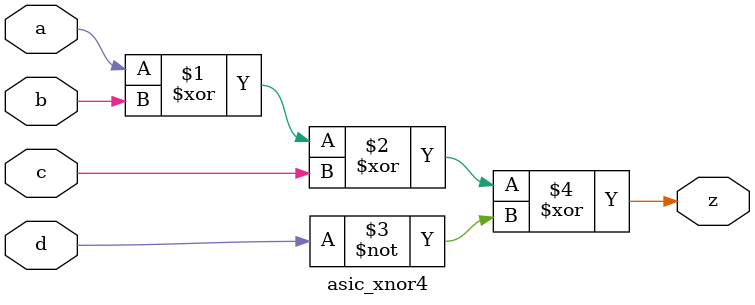
<source format=v>
module asic_xnor4(	// file.cleaned.mlir:2:3
  input  a,	// file.cleaned.mlir:2:28
         b,	// file.cleaned.mlir:2:40
         c,	// file.cleaned.mlir:2:52
         d,	// file.cleaned.mlir:2:64
  output z	// file.cleaned.mlir:2:77
);

  assign z = a ^ b ^ c ^ ~d;	// file.cleaned.mlir:4:10, :5:5
endmodule


</source>
